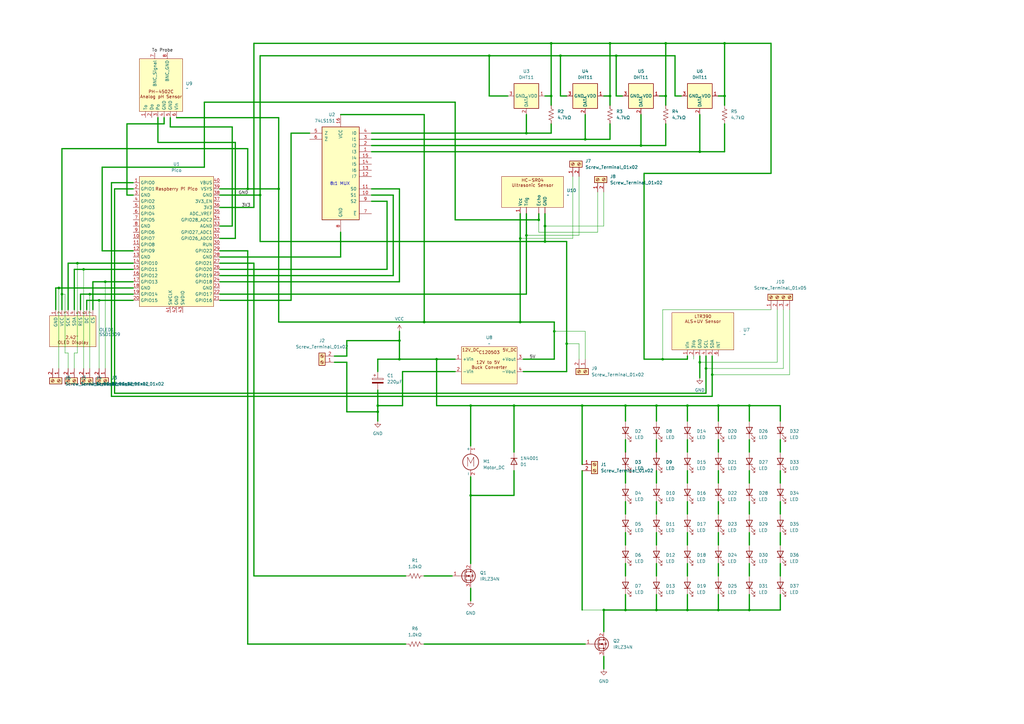
<source format=kicad_sch>
(kicad_sch (version 20231120) (generator "eeschema") (generator_version "8.0")
  (paper "A3")
  (junction (at 223.52 99.06))
  (junction (at 24.13 118.11))
  (junction (at 294.64 250.19))
  (junction (at 281.94 250.19))
  (junction (at 269.24 166.37))
  (junction (at 287.02 148.59))
  (junction (at 25.4 120.65))
  (junction (at 114.3 77.47))
  (junction (at 281.94 166.37))
  (junction (at 215.9 96.52))
  (junction (at 193.04 166.37))
  (junction (at 179.07 147.32))
  (junction (at 200.66 22.86))
  (junction (at 256.54 250.19))
  (junction (at 256.54 166.37))
  (junction (at 34.29 110.49))
  (junction (at 154.94 166.37))
  (junction (at 271.78 147.32))
  (junction (at 297.18 39.37))
  (junction (at 213.36 132.08))
  (junction (at 101.6 77.47))
  (junction (at 252.73 22.86))
  (junction (at 227.33 135.89))
  (junction (at 31.75 107.95))
  (junction (at 40.64 123.19))
  (junction (at 289.56 151.13))
  (junction (at 287.02 62.23))
  (junction (at 213.36 97.79))
  (junction (at 36.83 120.65))
  (junction (at 223.52 92.71))
  (junction (at 215.9 54.61))
  (junction (at 220.98 90.17))
  (junction (at 173.99 132.08))
  (junction (at 292.1 153.67))
  (junction (at 294.64 166.37))
  (junction (at 250.19 39.37))
  (junction (at 250.19 17.78))
  (junction (at 226.06 17.78))
  (junction (at 232.41 140.97))
  (junction (at 210.82 166.37))
  (junction (at 238.76 166.37))
  (junction (at 307.34 166.37))
  (junction (at 163.83 139.7))
  (junction (at 154.94 168.91))
  (junction (at 269.24 250.19))
  (junction (at 229.87 22.86))
  (junction (at 226.06 39.37))
  (junction (at 273.05 39.37))
  (junction (at 247.65 250.19))
  (junction (at 240.03 57.15))
  (junction (at 262.89 59.69))
  (junction (at 163.83 147.32))
  (junction (at 193.04 203.2))
  (junction (at 106.68 80.01))
  (junction (at 297.18 17.78))
  (junction (at 307.34 250.19))
  (junction (at 43.18 115.57))
  (junction (at 273.05 17.78))
  (wire (pts (xy 25.4 120.65) (xy 25.4 127)) (stroke (width 0.508)))
  (wire (pts (xy 227.33 147.32) (xy 214.63 147.32)) (stroke (width 0.508)))
  (wire (pts (xy 208.28 39.37) (xy 200.66 39.37)) (stroke (width 0.508)))
  (wire (pts (xy 307.34 218.44) (xy 307.34 223.52)) (stroke (width 0.508)))
  (wire (pts (xy 186.69 90.17) (xy 220.98 90.17)) (stroke (width 0.508)))
  (wire (pts (xy 104.14 236.22) (xy 166.37 236.22)) (stroke (width 0.508)))
  (wire (pts (xy 36.83 120.65) (xy 33.02 120.65)) (stroke (width 0.508)))
  (wire (pts (xy 142.24 146.05) (xy 142.24 139.7)) (stroke (width 0.508)))
  (wire (pts (xy 200.66 22.86) (xy 229.87 22.86)) (stroke (width 0.508)))
  (wire (pts (xy 294.64 231.14) (xy 294.64 236.22)) (stroke (width 0.508)))
  (wire (pts (xy 25.4 60.96) (xy 25.4 120.65)) (stroke (width 0.508)))
  (wire (pts (xy 256.54 218.44) (xy 256.54 223.52)) (stroke (width 0.508)))
  (wire (pts (xy 101.6 102.87) (xy 101.6 264.16)) (stroke (width 0.508)))
  (wire (pts (xy 34.29 110.49) (xy 30.48 110.49)) (stroke (width 0.508)))
  (wire (pts (xy 40.64 123.19) (xy 40.64 151.13)))
  (wire (pts (xy 165.1 166.37) (xy 165.1 152.4)) (stroke (width 0.508)))
  (wire (pts (xy 307.34 166.37) (xy 307.34 172.72)) (stroke (width 0.508)))
  (wire (pts (xy 273.05 39.37) (xy 273.05 17.78)) (stroke (width 0.508)))
  (wire (pts (xy 262.89 46.99) (xy 262.89 59.69)) (stroke (width 0.508)))
  (wire (pts (xy 34.29 110.49) (xy 34.29 151.13)))
  (wire (pts (xy 307.34 250.19) (xy 320.04 250.19)) (stroke (width 0.508)))
  (wire (pts (xy 247.65 250.19) (xy 256.54 250.19)) (stroke (width 0.508)))
  (wire (pts (xy 179.07 147.32) (xy 179.07 166.37)) (stroke (width 0.508)))
  (wire (pts (xy 318.77 148.59) (xy 287.02 148.59)))
  (wire (pts (xy 163.83 139.7) (xy 163.83 147.32)) (stroke (width 0.508)))
  (wire (pts (xy 220.98 90.17) (xy 220.98 95.25)))
  (wire (pts (xy 35.56 123.19) (xy 35.56 127)) (stroke (width 0.508)))
  (wire (pts (xy 223.52 87.63) (xy 223.52 92.71)) (stroke (width 0.508)))
  (wire (pts (xy 114.3 77.47) (xy 101.6 77.47)) (stroke (width 0.508)))
  (wire (pts (xy 307.34 205.74) (xy 307.34 210.82)) (stroke (width 0.508)))
  (wire (pts (xy 287.02 146.05) (xy 287.02 148.59)) (stroke (width 0.508)))
  (wire (pts (xy 292.1 153.67) (xy 292.1 162.56)) (stroke (width 0.508)))
  (wire (pts (xy 227.33 135.89) (xy 227.33 147.32)) (stroke (width 0.508)))
  (wire (pts (xy 271.78 127) (xy 271.78 147.32)))
  (wire (pts (xy 139.7 95.25) (xy 139.7 105.41)) (stroke (width 0.508)))
  (wire (pts (xy 101.6 77.47) (xy 90.17 77.47)) (stroke (width 0.508)))
  (wire (pts (xy 40.64 123.19) (xy 35.56 123.19)) (stroke (width 0.508)))
  (wire (pts (xy 24.13 118.11) (xy 54.61 118.11)) (stroke (width 0.508)))
  (wire (pts (xy 289.56 151.13) (xy 289.56 161.29)) (stroke (width 0.508)))
  (wire (pts (xy 323.85 127) (xy 323.85 153.67)))
  (wire (pts (xy 270.51 39.37) (xy 273.05 39.37)) (stroke (width 0.508)))
  (wire (pts (xy 255.27 39.37) (xy 252.73 39.37)) (stroke (width 0.508)))
  (wire (pts (xy 72.39 48.26) (xy 114.3 48.26)) (stroke (width 0.508)))
  (wire (pts (xy 213.36 97.79) (xy 213.36 132.08)) (stroke (width 0.508)))
  (wire (pts (xy 238.76 166.37) (xy 256.54 166.37)) (stroke (width 0.508)))
  (wire (pts (xy 250.19 50.8) (xy 250.19 57.15)) (stroke (width 0.508)))
  (wire (pts (xy 294.64 193.04) (xy 294.64 198.12)) (stroke (width 0.508)))
  (wire (pts (xy 307.34 180.34) (xy 307.34 185.42)) (stroke (width 0.508)))
  (wire (pts (xy 250.19 57.15) (xy 240.03 57.15)) (stroke (width 0.508)))
  (wire (pts (xy 240.03 57.15) (xy 240.03 46.99)) (stroke (width 0.508)))
  (wire (pts (xy 33.02 120.65) (xy 33.02 127)) (stroke (width 0.508)))
  (wire (pts (xy 214.63 152.4) (xy 232.41 152.4)) (stroke (width 0.508)))
  (wire (pts (xy 273.05 17.78) (xy 297.18 17.78)) (stroke (width 0.508)))
  (wire (pts (xy 179.07 166.37) (xy 193.04 166.37)) (stroke (width 0.508)))
  (wire (pts (xy 152.4 54.61) (xy 215.9 54.61)) (stroke (width 0.508)))
  (wire (pts (xy 269.24 218.44) (xy 269.24 223.52)) (stroke (width 0.508)))
  (wire (pts (xy 152.4 57.15) (xy 240.03 57.15)) (stroke (width 0.508)))
  (wire (pts (xy 226.06 39.37) (xy 226.06 17.78)) (stroke (width 0.508)))
  (wire (pts (xy 69.85 48.26) (xy 69.85 52.07)) (stroke (width 0.508)))
  (wire (pts (xy 232.41 140.97) (xy 232.41 99.06)) (stroke (width 0.508)))
  (wire (pts (xy 269.24 205.74) (xy 269.24 210.82)) (stroke (width 0.508)))
  (wire (pts (xy 200.66 39.37) (xy 200.66 22.86)) (stroke (width 0.508)))
  (wire (pts (xy 106.68 99.06) (xy 106.68 80.01)) (stroke (width 0.508)))
  (wire (pts (xy 210.82 166.37) (xy 238.76 166.37)) (stroke (width 0.508)))
  (wire (pts (xy 269.24 193.04) (xy 269.24 198.12)) (stroke (width 0.508)))
  (wire (pts (xy 252.73 22.86) (xy 276.86 22.86)) (stroke (width 0.508)))
  (wire (pts (xy 287.02 46.99) (xy 287.02 62.23)) (stroke (width 0.508)))
  (wire (pts (xy 41.91 102.87) (xy 54.61 102.87)) (stroke (width 0.508)))
  (wire (pts (xy 119.38 123.19) (xy 119.38 54.61)) (stroke (width 0.508)))
  (wire (pts (xy 269.24 166.37) (xy 281.94 166.37)) (stroke (width 0.508)))
  (wire (pts (xy 31.75 144.78) (xy 31.75 107.95)))
  (wire (pts (xy 101.6 60.96) (xy 25.4 60.96)) (stroke (width 0.508)))
  (wire (pts (xy 90.17 120.65) (xy 215.9 120.65)) (stroke (width 0.508)))
  (wire (pts (xy 294.64 166.37) (xy 294.64 172.72)) (stroke (width 0.508)))
  (wire (pts (xy 320.04 172.72) (xy 320.04 166.37)) (stroke (width 0.508)))
  (wire (pts (xy 54.61 115.57) (xy 43.18 115.57)) (stroke (width 0.508)))
  (wire (pts (xy 264.16 147.32) (xy 264.16 71.12)) (stroke (width 0.508)))
  (wire (pts (xy 320.04 250.19) (xy 320.04 243.84)) (stroke (width 0.508)))
  (wire (pts (xy 276.86 39.37) (xy 279.4 39.37)) (stroke (width 0.508)))
  (wire (pts (xy 281.94 166.37) (xy 294.64 166.37)) (stroke (width 0.508)))
  (wire (pts (xy 165.1 152.4) (xy 186.69 152.4)) (stroke (width 0.508)))
  (wire (pts (xy 215.9 96.52) (xy 237.49 96.52)))
  (wire (pts (xy 26.67 120.65) (xy 25.4 120.65)))
  (wire (pts (xy 269.24 180.34) (xy 269.24 185.42)) (stroke (width 0.508)))
  (wire (pts (xy 256.54 180.34) (xy 256.54 185.42)) (stroke (width 0.508)))
  (wire (pts (xy 215.9 120.65) (xy 215.9 96.52)) (stroke (width 0.508)))
  (wire (pts (xy 273.05 50.8) (xy 273.05 59.69)) (stroke (width 0.508)))
  (wire (pts (xy 318.77 127) (xy 318.77 148.59)))
  (wire (pts (xy 137.16 146.05) (xy 142.24 146.05)) (stroke (width 0.508)))
  (wire (pts (xy 269.24 231.14) (xy 269.24 236.22)) (stroke (width 0.508)))
  (wire (pts (xy 269.24 250.19) (xy 281.94 250.19)) (stroke (width 0.508)))
  (wire (pts (xy 69.85 52.07) (xy 95.25 52.07)) (stroke (width 0.508)))
  (wire (pts (xy 307.34 231.14) (xy 307.34 236.22)) (stroke (width 0.508)))
  (wire (pts (xy 90.17 107.95) (xy 104.14 107.95)) (stroke (width 0.508)))
  (wire (pts (xy 163.83 147.32) (xy 179.07 147.32)) (stroke (width 0.508)))
  (wire (pts (xy 90.17 80.01) (xy 106.68 80.01)) (stroke (width 0.508)))
  (wire (pts (xy 152.4 77.47) (xy 163.83 77.47)) (stroke (width 0.508)))
  (wire (pts (xy 281.94 180.34) (xy 281.94 185.42)) (stroke (width 0.508)))
  (wire (pts (xy 161.29 113.03) (xy 161.29 80.01)) (stroke (width 0.508)))
  (wire (pts (xy 232.41 99.06) (xy 223.52 99.06)) (stroke (width 0.508)))
  (wire (pts (xy 101.6 264.16) (xy 166.37 264.16)) (stroke (width 0.508)))
  (wire (pts (xy 90.17 105.41) (xy 139.7 105.41)) (stroke (width 0.508)))
  (wire (pts (xy 256.54 243.84) (xy 256.54 250.19)) (stroke (width 0.508)))
  (wire (pts (xy 173.99 264.16) (xy 240.03 264.16)) (stroke (width 0.508)))
  (wire (pts (xy 256.54 166.37) (xy 256.54 172.72)) (stroke (width 0.508)))
  (wire (pts (xy 281.94 146.05) (xy 281.94 147.32)) (stroke (width 0.508)))
  (wire (pts (xy 213.36 87.63) (xy 213.36 97.79)) (stroke (width 0.508)))
  (wire (pts (xy 101.6 60.96) (xy 101.6 77.47)) (stroke (width 0.508)))
  (wire (pts (xy 46.99 77.47) (xy 54.61 77.47)) (stroke (width 0.508)))
  (wire (pts (xy 256.54 193.04) (xy 256.54 198.12)) (stroke (width 0.508)))
  (wire (pts (xy 320.04 218.44) (xy 320.04 223.52)) (stroke (width 0.508)))
  (wire (pts (xy 142.24 139.7) (xy 163.83 139.7)) (stroke (width 0.508)))
  (wire (pts (xy 41.91 68.58) (xy 41.91 102.87)) (stroke (width 0.508)))
  (wire (pts (xy 281.94 231.14) (xy 281.94 236.22)) (stroke (width 0.508)))
  (wire (pts (xy 114.3 132.08) (xy 114.3 77.47)) (stroke (width 0.508)))
  (wire (pts (xy 247.65 78.74) (xy 247.65 92.71)))
  (wire (pts (xy 281.94 147.32) (xy 271.78 147.32)) (stroke (width 0.508)))
  (wire (pts (xy 297.18 39.37) (xy 297.18 43.18)) (stroke (width 0.508)))
  (wire (pts (xy 264.16 71.12) (xy 316.23 71.12)) (stroke (width 0.508)))
  (wire (pts (xy 54.61 110.49) (xy 34.29 110.49)) (stroke (width 0.508)))
  (wire (pts (xy 320.04 180.34) (xy 320.04 185.42)) (stroke (width 0.508)))
  (wire (pts (xy 232.41 39.37) (xy 229.87 39.37)) (stroke (width 0.508)))
  (wire (pts (xy 294.64 243.84) (xy 294.64 250.19)) (stroke (width 0.508)))
  (wire (pts (xy 54.61 107.95) (xy 31.75 107.95)) (stroke (width 0.508)))
  (wire (pts (xy 67.31 50.8) (xy 67.31 48.26)) (stroke (width 0.508)))
  (wire (pts (xy 215.9 46.99) (xy 215.9 54.61)) (stroke (width 0.508)))
  (wire (pts (xy 142.24 148.59) (xy 142.24 168.91)) (stroke (width 0.508)))
  (wire (pts (xy 64.77 48.26) (xy 64.77 58.42)) (stroke (width 0.508)))
  (wire (pts (xy 95.25 52.07) (xy 95.25 92.71)) (stroke (width 0.508)))
  (wire (pts (xy 269.24 166.37) (xy 269.24 172.72)) (stroke (width 0.508)))
  (wire (pts (xy 36.83 120.65) (xy 36.83 151.13)))
  (wire (pts (xy 297.18 17.78) (xy 316.23 17.78)) (stroke (width 0.508)))
  (wire (pts (xy 193.04 182.88) (xy 193.04 166.37)) (stroke (width 0.508)))
  (wire (pts (xy 193.04 203.2) (xy 193.04 231.14)) (stroke (width 0.508)))
  (wire (pts (xy 245.11 95.25) (xy 220.98 95.25)))
  (wire (pts (xy 24.13 118.11) (xy 24.13 151.13)))
  (wire (pts (xy 161.29 80.01) (xy 152.4 80.01)) (stroke (width 0.508)))
  (wire (pts (xy 281.94 205.74) (xy 281.94 210.82)) (stroke (width 0.508)))
  (wire (pts (xy 30.48 144.78) (xy 31.75 144.78)))
  (wire (pts (xy 281.94 218.44) (xy 281.94 223.52)) (stroke (width 0.508)))
  (wire (pts (xy 90.17 110.49) (xy 158.75 110.49)) (stroke (width 0.508)))
  (wire (pts (xy 289.56 161.29) (xy 46.99 161.29)) (stroke (width 0.508)))
  (wire (pts (xy 142.24 168.91) (xy 154.94 168.91)) (stroke (width 0.508)))
  (wire (pts (xy 237.49 147.32) (xy 237.49 140.97)))
  (wire (pts (xy 154.94 152.4) (xy 154.94 147.32)) (stroke (width 0.508)))
  (wire (pts (xy 287.02 62.23) (xy 152.4 62.23)) (stroke (width 0.508)))
  (wire (pts (xy 106.68 80.01) (xy 106.68 22.86)) (stroke (width 0.508)))
  (wire (pts (xy 90.17 85.09) (xy 104.14 85.09)) (stroke (width 0.508)))
  (wire (pts (xy 245.11 78.74) (xy 245.11 95.25)))
  (wire (pts (xy 297.18 39.37) (xy 297.18 17.78)) (stroke (width 0.508)))
  (wire (pts (xy 289.56 146.05) (xy 289.56 151.13)) (stroke (width 0.508)))
  (wire (pts (xy 173.99 236.22) (xy 185.42 236.22)) (stroke (width 0.508)))
  (wire (pts (xy 158.75 82.55) (xy 152.4 82.55)) (stroke (width 0.508)))
  (wire (pts (xy 226.06 50.8) (xy 226.06 54.61)) (stroke (width 0.508)))
  (wire (pts (xy 238.76 193.04) (xy 238.76 250.19)) (stroke (width 0.508)))
  (wire (pts (xy 26.67 144.78) (xy 26.67 120.65)))
  (wire (pts (xy 163.83 135.89) (xy 163.83 139.7)) (stroke (width 0.508)))
  (wire (pts (xy 38.1 115.57) (xy 38.1 127)) (stroke (width 0.508)))
  (wire (pts (xy 114.3 48.26) (xy 114.3 77.47)) (stroke (width 0.508)))
  (wire (pts (xy 250.19 39.37) (xy 250.19 17.78)) (stroke (width 0.508)))
  (wire (pts (xy 27.94 107.95) (xy 27.94 127)) (stroke (width 0.508)))
  (wire (pts (xy 52.07 50.8) (xy 67.31 50.8)) (stroke (width 0.508)))
  (wire (pts (xy 31.75 107.95) (xy 27.94 107.95)) (stroke (width 0.508)))
  (wire (pts (xy 43.18 115.57) (xy 38.1 115.57)) (stroke (width 0.508)))
  (wire (pts (xy 281.94 243.84) (xy 281.94 250.19)) (stroke (width 0.508)))
  (wire (pts (xy 294.64 250.19) (xy 307.34 250.19)) (stroke (width 0.508)))
  (wire (pts (xy 234.95 72.39) (xy 234.95 97.79)))
  (wire (pts (xy 186.69 41.91) (xy 83.82 41.91)) (stroke (width 0.508)))
  (wire (pts (xy 294.64 39.37) (xy 297.18 39.37)) (stroke (width 0.508)))
  (wire (pts (xy 323.85 153.67) (xy 292.1 153.67)))
  (wire (pts (xy 321.31 127) (xy 321.31 151.13)))
  (wire (pts (xy 30.48 151.13) (xy 30.48 144.78)))
  (wire (pts (xy 294.64 218.44) (xy 294.64 223.52)) (stroke (width 0.508)))
  (wire (pts (xy 193.04 203.2) (xy 193.04 195.58)) (stroke (width 0.508)))
  (wire (pts (xy 256.54 205.74) (xy 256.54 210.82)) (stroke (width 0.508)))
  (wire (pts (xy 46.99 161.29) (xy 46.99 77.47)) (stroke (width 0.508)))
  (wire (pts (xy 90.17 113.03) (xy 161.29 113.03)) (stroke (width 0.508)))
  (wire (pts (xy 173.99 132.08) (xy 213.36 132.08)) (stroke (width 0.508)))
  (wire (pts (xy 43.18 115.57) (xy 43.18 151.13)))
  (wire (pts (xy 226.06 17.78) (xy 250.19 17.78)) (stroke (width 0.508)))
  (wire (pts (xy 154.94 166.37) (xy 165.1 166.37)) (stroke (width 0.508)))
  (wire (pts (xy 292.1 146.05) (xy 292.1 153.67)) (stroke (width 0.508)))
  (wire (pts (xy 27.94 144.78) (xy 26.67 144.78)))
  (wire (pts (xy 284.48 146.05) (xy 284.48 147.32)))
  (wire (pts (xy 106.68 22.86) (xy 200.66 22.86)) (stroke (width 0.508)))
  (wire (pts (xy 220.98 87.63) (xy 220.98 90.17)) (stroke (width 0.508)))
  (wire (pts (xy 45.72 162.56) (xy 45.72 74.93)) (stroke (width 0.508)))
  (wire (pts (xy 104.14 17.78) (xy 226.06 17.78)) (stroke (width 0.508)))
  (wire (pts (xy 223.52 92.71) (xy 223.52 99.06)) (stroke (width 0.508)))
  (wire (pts (xy 22.86 118.11) (xy 24.13 118.11)) (stroke (width 0.508)))
  (wire (pts (xy 45.72 74.93) (xy 54.61 74.93)) (stroke (width 0.508)))
  (wire (pts (xy 316.23 127) (xy 271.78 127)))
  (wire (pts (xy 54.61 120.65) (xy 36.83 120.65)) (stroke (width 0.508)))
  (wire (pts (xy 104.14 85.09) (xy 104.14 17.78)) (stroke (width 0.508)))
  (wire (pts (xy 154.94 160.02) (xy 154.94 166.37)) (stroke (width 0.508)))
  (wire (pts (xy 307.34 243.84) (xy 307.34 250.19)) (stroke (width 0.508)))
  (wire (pts (xy 229.87 39.37) (xy 229.87 22.86)) (stroke (width 0.508)))
  (wire (pts (xy 250.19 17.78) (xy 273.05 17.78)) (stroke (width 0.508)))
  (wire (pts (xy 210.82 203.2) (xy 193.04 203.2)) (stroke (width 0.508)))
  (wire (pts (xy 226.06 39.37) (xy 226.06 43.18)) (stroke (width 0.508)))
  (wire (pts (xy 96.52 97.79) (xy 90.17 97.79)) (stroke (width 0.508)))
  (wire (pts (xy 137.16 148.59) (xy 142.24 148.59)) (stroke (width 0.508)))
  (wire (pts (xy 320.04 205.74) (xy 320.04 210.82)) (stroke (width 0.508)))
  (wire (pts (xy 152.4 59.69) (xy 262.89 59.69)) (stroke (width 0.508)))
  (wire (pts (xy 273.05 39.37) (xy 273.05 43.18)) (stroke (width 0.508)))
  (wire (pts (xy 276.86 22.86) (xy 276.86 39.37)) (stroke (width 0.508)))
  (wire (pts (xy 226.06 54.61) (xy 215.9 54.61)) (stroke (width 0.508)))
  (wire (pts (xy 320.04 193.04) (xy 320.04 198.12)) (stroke (width 0.508)))
  (wire (pts (xy 271.78 147.32) (xy 264.16 147.32)) (stroke (width 0.508)))
  (wire (pts (xy 256.54 231.14) (xy 256.54 236.22)) (stroke (width 0.508)))
  (wire (pts (xy 294.64 180.34) (xy 294.64 185.42)) (stroke (width 0.508)))
  (wire (pts (xy 281.94 250.19) (xy 294.64 250.19)) (stroke (width 0.508)))
  (wire (pts (xy 237.49 72.39) (xy 237.49 96.52)))
  (wire (pts (xy 237.49 140.97) (xy 232.41 140.97)))
  (wire (pts (xy 154.94 147.32) (xy 163.83 147.32)) (stroke (width 0.508)))
  (wire (pts (xy 229.87 22.86) (xy 252.73 22.86)) (stroke (width 0.508)))
  (wire (pts (xy 223.52 99.06) (xy 106.68 99.06)) (stroke (width 0.508)))
  (wire (pts (xy 281.94 193.04) (xy 281.94 198.12)) (stroke (width 0.508)))
  (wire (pts (xy 247.65 259.08) (xy 247.65 250.19)) (stroke (width 0.508)))
  (wire (pts (xy 321.31 151.13) (xy 289.56 151.13)))
  (wire (pts (xy 294.64 166.37) (xy 307.34 166.37)) (stroke (width 0.508)))
  (wire (pts (xy 294.64 205.74) (xy 294.64 210.82)) (stroke (width 0.508)))
  (wire (pts (xy 307.34 193.04) (xy 307.34 198.12)) (stroke (width 0.508)))
  (wire (pts (xy 64.77 58.42) (xy 96.52 58.42)) (stroke (width 0.508)))
  (wire (pts (xy 96.52 58.42) (xy 96.52 97.79)) (stroke (width 0.508)))
  (wire (pts (xy 154.94 168.91) (xy 154.94 172.72)) (stroke (width 0.508)))
  (wire (pts (xy 238.76 166.37) (xy 238.76 190.5)) (stroke (width 0.508)))
  (wire (pts (xy 281.94 172.72) (xy 281.94 166.37)) (stroke (width 0.508)))
  (wire (pts (xy 179.07 147.32) (xy 186.69 147.32)) (stroke (width 0.508)))
  (wire (pts (xy 256.54 166.37) (xy 269.24 166.37)) (stroke (width 0.508)))
  (wire (pts (xy 193.04 166.37) (xy 210.82 166.37)) (stroke (width 0.508)))
  (wire (pts (xy 227.33 132.08) (xy 227.33 135.89)) (stroke (width 0.508)))
  (wire (pts (xy 297.18 50.8) (xy 297.18 62.23)) (stroke (width 0.508)))
  (wire (pts (xy 215.9 96.52) (xy 215.9 87.63)) (stroke (width 0.508)))
  (wire (pts (xy 247.65 269.24) (xy 247.65 274.32)) (stroke (width 0.508)))
  (wire (pts (xy 210.82 166.37) (xy 210.82 185.42)) (stroke (width 0.508)))
  (wire (pts (xy 250.19 39.37) (xy 250.19 43.18)) (stroke (width 0.508)))
  (wire (pts (xy 307.34 166.37) (xy 320.04 166.37)) (stroke (width 0.508)))
  (wire (pts (xy 213.36 97.79) (xy 234.95 97.79)))
  (wire (pts (xy 173.99 46.99) (xy 173.99 132.08)) (stroke (width 0.508)))
  (wire (pts (xy 163.83 115.57) (xy 163.83 77.47)) (stroke (width 0.508)))
  (wire (pts (xy 186.69 90.17) (xy 186.69 41.91)) (stroke (width 0.508)))
  (wire (pts (xy 320.04 231.14) (xy 320.04 236.22)) (stroke (width 0.508)))
  (wire (pts (xy 247.65 39.37) (xy 250.19 39.37)) (stroke (width 0.508)))
  (wire (pts (xy 27.94 151.13) (xy 27.94 144.78)))
  (wire (pts (xy 90.17 123.19) (xy 119.38 123.19)) (stroke (width 0.508)))
  (wire (pts (xy 154.94 166.37) (xy 154.94 168.91)) (stroke (width 0.508)))
  (wire (pts (xy 273.05 59.69) (xy 262.89 59.69)) (stroke (width 0.508)))
  (wire (pts (xy 316.23 71.12) (xy 316.23 17.78)) (stroke (width 0.508)))
  (wire (pts (xy 213.36 132.08) (xy 227.33 132.08)) (stroke (width 0.508)))
  (wire (pts (xy 223.52 39.37) (xy 226.06 39.37)) (stroke (width 0.508)))
  (wire (pts (xy 119.38 54.61) (xy 127 54.61)) (stroke (width 0.508)))
  (wire (pts (xy 139.7 46.99) (xy 173.99 46.99)) (stroke (width 0.508)))
  (wire (pts (xy 193.04 241.3) (xy 193.04 246.38)) (stroke (width 0.508)))
  (wire (pts (xy 22.86 127) (xy 22.86 118.11)) (stroke (width 0.508)))
  (wire (pts (xy 238.76 250.19) (xy 247.65 250.19)))
  (wire (pts (xy 297.18 62.23) (xy 287.02 62.23)) (stroke (width 0.508)))
  (wire (pts (xy 240.03 135.89) (xy 227.33 135.89)))
  (wire (pts (xy 232.41 152.4) (xy 232.41 140.97)) (stroke (width 0.508)))
  (wire (pts (xy 45.72 162.56) (xy 292.1 162.56)) (stroke (width 0.508)))
  (wire (pts (xy 90.17 102.87) (xy 101.6 102.87)) (stroke (width 0.508)))
  (wire (pts (xy 223.52 92.71) (xy 247.65 92.71)))
  (wire (pts (xy 210.82 193.04) (xy 210.82 203.2)) (stroke (width 0.508)))
  (wire (pts (xy 287.02 148.59) (xy 287.02 154.94)) (stroke (width 0.508)))
  (wire (pts (xy 240.03 147.32) (xy 240.03 135.89)))
  (wire (pts (xy 158.75 110.49) (xy 158.75 82.55)) (stroke (width 0.508)))
  (wire (pts (xy 83.82 68.58) (xy 41.91 68.58)) (stroke (width 0.508)))
  (wire (pts (xy 30.48 110.49) (xy 30.48 127)) (stroke (width 0.508)))
  (wire (pts (xy 269.24 243.84) (xy 269.24 250.19)) (stroke (width 0.508)))
  (wire (pts (xy 54.61 80.01) (xy 52.07 80.01)) (stroke (width 0.508)))
  (wire (pts (xy 54.61 123.19) (xy 40.64 123.19)) (stroke (width 0.508)))
  (wire (pts (xy 95.25 92.71) (xy 90.17 92.71)) (stroke (width 0.508)))
  (wire (pts (xy 256.54 250.19) (xy 269.24 250.19)) (stroke (width 0.508)))
  (wire (pts (xy 114.3 132.08) (xy 173.99 132.08)) (stroke (width 0.508)))
  (wire (pts (xy 252.73 39.37) (xy 252.73 22.86)) (stroke (width 0.508)))
  (wire (pts (xy 52.07 80.01) (xy 52.07 50.8)) (stroke (width 0.508)))
  (wire (pts (xy 83.82 41.91) (xy 83.82 68.58)) (stroke (width 0.508)))
  (wire (pts (xy 104.14 107.95) (xy 104.14 236.22)) (stroke (width 0.508)))
  (wire (pts (xy 90.17 115.57) (xy 163.83 115.57)) (stroke (width 0.508)))
  (text "8:1 MUX" (at 139.446 75.438 0) (effects (font (size 1.27 1.27))))
  (label "To Probe" (at 62.23 21.59 0))
  (label "3V3" (at 99.06 85.09 0))
  (label "GND" (at 97.79 80.01 0))
  (label "5V" (at 217.17 147.32 0))
  (symbol (lib_id "Device:LED") (at 281.94 214.63 90) (unit 1)
    (property "Reference" "D17" (at 285.75 214.9474 90) (effects (justify right)))
    (property "Value" "LED" (at 285.75 217.4874 90) (effects (justify right)))
    (property "Description" "Light emitting diode" (effects (hide yes)))
  )
  (symbol (lib_id "Device:LED") (at 256.54 201.93 90) (unit 1)
    (property "Reference" "D4" (at 260.35 202.2474 90) (effects (justify right)))
    (property "Value" "LED" (at 260.35 204.7874 90) (effects (justify right)))
    (property "Description" "Light emitting diode" (effects (hide yes)))
  )
  (symbol (lib_id "Device:R_US") (at 297.18 46.99 0) (unit 1)
    (property "Reference" "R5" (at 299.72 45.7199 0) (effects (justify left)))
    (property "Value" "4.7kΩ" (at 299.72 48.2599 0) (effects (justify left)))
    (property "Footprint" "Resistor_THT:R_Axial_DIN0204_L3.6mm_D1.6mm_P2.54mm_Vertical" (effects (hide yes)))
    (property "Description" "Resistor, US symbol" (effects (hide yes)))
  )
  (symbol (lib_id "Connector:Screw_Terminal_01x02") (at 30.48 156.21 270) (unit 1)
    (property "Reference" "J5" (at 33.02 154.9399 90) (effects (justify left)))
    (property "Value" "Screw_Terminal_01x02" (at 33.02 157.4799 90) (effects (justify left)))
    (property "Footprint" "TerminalBlock:TerminalBlock_bornier-2_P5.08mm" (effects (hide yes)))
    (property "Description" "Generic screw terminal, single row, 01x02, script generated (kicad-library-utils/schlib/autogen/connector/)" (effects (hide yes)))
  )
  (symbol (lib_id "Connector:Screw_Terminal_01x02") (at 240.03 152.4 270) (unit 1)
    (property "Reference" "J9" (at 242.57 151.1299 90) (effects (justify left)))
    (property "Value" "Screw_Terminal_01x02" (at 242.57 153.6699 90) (effects (justify left)))
    (property "Footprint" "TerminalBlock:TerminalBlock_bornier-2_P5.08mm" (effects (hide yes)))
    (property "Description" "Generic screw terminal, single row, 01x02, script generated (kicad-library-utils/schlib/autogen/connector/)" (effects (hide yes)))
  )
  (symbol (lib_id "Device:LED") (at 269.24 201.93 90) (unit 1)
    (property "Reference" "D10" (at 273.05 202.2474 90) (effects (justify right)))
    (property "Value" "LED" (at 273.05 204.7874 90) (effects (justify right)))
    (property "Description" "Light emitting diode" (effects (hide yes)))
  )
  (symbol (lib_id "Device:LED") (at 307.34 240.03 90) (unit 1)
    (property "Reference" "D31" (at 311.15 240.3474 90) (effects (justify right)))
    (property "Value" "LED" (at 311.15 242.8874 90) (effects (justify right)))
    (property "Description" "Light emitting diode" (effects (hide yes)))
  )
  (symbol (lib_name "C120503_1") (lib_id "C120503_KiCad:C120503") (at 200.66 149.86 0) (unit 1)
    (property "Reference" "U8" (at 200.66 138.43 0))
    (property "Value" "~" (at 200.66 140.97 0))
  )
  (symbol (lib_id "power:GND") (at 193.04 246.38 0) (unit 1)
    (property "Reference" "#PWR03" (effects (hide yes)))
    (property "Value" "GND" (at 193.04 251.46 0))
    (property "Description" "Power symbol creates a global label with name \"GND\" , ground" (effects (hide yes)))
  )
  (symbol (lib_id "Device:LED") (at 281.94 240.03 90) (unit 1)
    (property "Reference" "D19" (at 285.75 240.3474 90) (effects (justify right)))
    (property "Value" "LED" (at 285.75 242.8874 90) (effects (justify right)))
    (property "Description" "Light emitting diode" (effects (hide yes)))
  )
  (symbol (lib_id "Device:LED") (at 320.04 201.93 90) (unit 1)
    (property "Reference" "D34" (at 323.85 202.2474 90) (effects (justify right)))
    (property "Value" "LED" (at 323.85 204.7874 90) (effects (justify right)))
    (property "Description" "Light emitting diode" (effects (hide yes)))
  )
  (symbol (lib_id "power:VCC") (at 163.83 135.89 0) (unit 1)
    (property "Reference" "#PWR01" (effects (hide yes)))
    (property "Value" "VCC" (at 163.83 130.81 0))
    (property "Description" "Power symbol creates a global label with name \"VCC\"" (effects (hide yes)))
  )
  (symbol (lib_id "Sensor:DHT11") (at 287.02 39.37 270) (unit 1)
    (property "Reference" "U6" (at 287.02 29.21 90))
    (property "Value" "DHT11" (at 287.02 31.75 90))
    (property "Footprint" "TerminalBlock:TerminalBlock_bornier-3_P5.08mm" (effects (hide yes)))
    (property "Datasheet" "http://akizukidenshi.com/download/ds/aosong/DHT11.pdf" (effects (hide yes)))
    (property "Description" "3.3V to 5.5V, temperature and humidity module, DHT11" (effects (hide yes)))
  )
  (symbol (lib_id "Device:LED") (at 281.94 227.33 90) (unit 1)
    (property "Reference" "D18" (at 285.75 227.6474 90) (effects (justify right)))
    (property "Value" "LED" (at 285.75 230.1874 90) (effects (justify right)))
    (property "Description" "Light emitting diode" (effects (hide yes)))
  )
  (symbol (lib_name "DHT11_2") (lib_id "Sensor:DHT11") (at 240.03 39.37 270) (unit 1)
    (property "Reference" "U4" (at 240.03 29.21 90))
    (property "Value" "DHT11" (at 240.03 31.75 90))
    (property "Footprint" "TerminalBlock:TerminalBlock_bornier-3_P5.08mm" (effects (hide yes)))
    (property "Datasheet" "http://akizukidenshi.com/download/ds/aosong/DHT11.pdf" (effects (hide yes)))
    (property "Description" "3.3V to 5.5V, temperature and humidity module, DHT11" (effects (hide yes)))
  )
  (symbol (lib_id "Device:R_US") (at 170.18 264.16 270) (mirror x) (unit 1)
    (property "Reference" "R6" (at 170.18 257.81 90))
    (property "Value" "1.0kΩ" (at 170.18 260.35 90))
    (property "Footprint" "Resistor_THT:R_Axial_DIN0204_L3.6mm_D1.6mm_P2.54mm_Vertical" (effects (hide yes)))
    (property "Description" "Resistor, US symbol" (effects (hide yes)))
  )
  (symbol (lib_id "Device:R_US") (at 226.06 46.99 0) (unit 1)
    (property "Reference" "R2" (at 228.6 45.7199 0) (effects (justify left)))
    (property "Value" "4.7kΩ" (at 228.6 48.2599 0) (effects (justify left)))
    (property "Footprint" "Resistor_THT:R_Axial_DIN0204_L3.6mm_D1.6mm_P2.54mm_Vertical" (effects (hide yes)))
    (property "Description" "Resistor, US symbol" (effects (hide yes)))
  )
  (symbol (lib_id "Connector:Screw_Terminal_01x02") (at 243.84 190.5 0) (unit 1)
    (property "Reference" "J1" (at 246.38 190.4999 0) (effects (justify left)))
    (property "Value" "Screw_Terminal_01x02" (at 246.38 193.0399 0) (effects (justify left)))
    (property "Footprint" "TerminalBlock:TerminalBlock_bornier-2_P5.08mm" (effects (hide yes)))
    (property "Description" "Generic screw terminal, single row, 01x02, script generated (kicad-library-utils/schlib/autogen/connector/)" (effects (hide yes)))
  )
  (symbol (lib_id "Device:LED") (at 269.24 189.23 90) (unit 1)
    (property "Reference" "D9" (at 273.05 189.5474 90) (effects (justify right)))
    (property "Value" "LED" (at 273.05 192.0874 90) (effects (justify right)))
    (property "Description" "Light emitting diode" (effects (hide yes)))
  )
  (symbol (lib_id "Device:LED") (at 320.04 176.53 90) (unit 1)
    (property "Reference" "D32" (at 323.85 176.8474 90) (effects (justify right)))
    (property "Value" "LED" (at 323.85 179.3874 90) (effects (justify right)))
    (property "Description" "Light emitting diode" (effects (hide yes)))
  )
  (symbol (lib_id "Device:R_US") (at 273.05 46.99 0) (unit 1)
    (property "Reference" "R4" (at 275.59 45.7199 0) (effects (justify left)))
    (property "Value" "4.7kΩ" (at 275.59 48.2599 0) (effects (justify left)))
    (property "Footprint" "Resistor_THT:R_Axial_DIN0204_L3.6mm_D1.6mm_P2.54mm_Vertical" (effects (hide yes)))
    (property "Description" "Resistor, US symbol" (effects (hide yes)))
  )
  (symbol (lib_id "PH4502C_KiCad:PH-4502C") (at 66.04 45.72 0) (unit 1)
    (property "Reference" "U9" (at 76.2 34.2899 0) (effects (justify left)))
    (property "Value" "~" (at 76.2 36.195 0) (effects (justify left)))
    (property "Footprint" "Library:PH4502C_Footprint" (effects (hide yes)))
  )
  (symbol (lib_id "Connector:Screw_Terminal_01x02") (at 36.83 156.21 270) (unit 1)
    (property "Reference" "J4" (at 39.37 154.9399 90) (effects (justify left)))
    (property "Value" "Screw_Terminal_01x02" (at 39.37 157.4799 90) (effects (justify left)))
    (property "Footprint" "TerminalBlock:TerminalBlock_bornier-2_P5.08mm" (effects (hide yes)))
    (property "Description" "Generic screw terminal, single row, 01x02, script generated (kicad-library-utils/schlib/autogen/connector/)" (effects (hide yes)))
  )
  (symbol (lib_id "Connector:Screw_Terminal_01x02") (at 43.18 156.21 270) (unit 1)
    (property "Reference" "J3" (at 45.72 154.9399 90) (effects (justify left)))
    (property "Value" "Screw_Terminal_01x02" (at 45.72 157.4799 90) (effects (justify left)))
    (property "Footprint" "TerminalBlock:TerminalBlock_bornier-2_P5.08mm" (effects (hide yes)))
    (property "Description" "Generic screw terminal, single row, 01x02, script generated (kicad-library-utils/schlib/autogen/connector/)" (effects (hide yes)))
  )
  (symbol (lib_name "DHT11_1") (lib_id "Sensor:DHT11") (at 215.9 39.37 270) (unit 1)
    (property "Reference" "U3" (at 215.9 29.21 90))
    (property "Value" "DHT11" (at 215.9 31.75 90))
    (property "Footprint" "TerminalBlock:TerminalBlock_bornier-3_P5.08mm" (effects (hide yes)))
    (property "Datasheet" "http://akizukidenshi.com/download/ds/aosong/DHT11.pdf" (effects (hide yes)))
    (property "Description" "3.3V to 5.5V, temperature and humidity module, DHT11" (effects (hide yes)))
  )
  (symbol (lib_id "Device:R_US") (at 170.18 236.22 90) (unit 1)
    (property "Reference" "R1" (at 170.18 229.87 90))
    (property "Value" "1.0kΩ" (at 170.18 232.41 90))
    (property "Footprint" "Resistor_THT:R_Axial_DIN0204_L3.6mm_D1.6mm_P2.54mm_Vertical" (effects (hide yes)))
    (property "Description" "Resistor, US symbol" (effects (hide yes)))
  )
  (symbol (lib_id "Device:LED") (at 307.34 189.23 90) (unit 1)
    (property "Reference" "D27" (at 311.15 189.5474 90) (effects (justify right)))
    (property "Value" "LED" (at 311.15 192.0874 90) (effects (justify right)))
    (property "Description" "Light emitting diode" (effects (hide yes)))
  )
  (symbol (lib_id "Device:LED") (at 294.64 201.93 90) (unit 1)
    (property "Reference" "D22" (at 298.45 202.2474 90) (effects (justify right)))
    (property "Value" "LED" (at 298.45 204.7874 90) (effects (justify right)))
    (property "Description" "Light emitting diode" (effects (hide yes)))
  )
  (symbol (lib_id "power:GND") (at 247.65 274.32 0) (unit 1)
    (property "Reference" "#PWR04" (effects (hide yes)))
    (property "Value" "GND" (at 247.65 279.4 0))
    (property "Description" "Power symbol creates a global label with name \"GND\" , ground" (effects (hide yes)))
  )
  (symbol (lib_id "Device:LED") (at 320.04 240.03 90) (unit 1)
    (property "Reference" "D37" (at 323.85 240.3474 90) (effects (justify right)))
    (property "Value" "LED" (at 323.85 242.8874 90) (effects (justify right)))
    (property "Description" "Light emitting diode" (effects (hide yes)))
  )
  (symbol (lib_id "Motor:Motor_DC") (at 193.04 187.96 0) (unit 1)
    (property "Reference" "M1" (at 198.12 189.2299 0) (effects (justify left)))
    (property "Value" "Motor_DC" (at 198.12 191.7699 0) (effects (justify left)))
    (property "Footprint" "TerminalBlock:TerminalBlock_bornier-2_P5.08mm" (effects (hide yes)))
    (property "Description" "DC Motor" (effects (hide yes)))
  )
  (symbol (lib_id "power:GND") (at 287.02 154.94 0) (unit 1)
    (property "Reference" "#PWR05" (effects (hide yes)))
    (property "Value" "GND" (at 287.02 160.02 0))
    (property "Description" "Power symbol creates a global label with name \"GND\" , ground" (effects (hide yes)))
  )
  (symbol (lib_id "Device:LED") (at 294.64 240.03 90) (unit 1)
    (property "Reference" "D25" (at 298.45 240.3474 90) (effects (justify right)))
    (property "Value" "LED" (at 298.45 242.8874 90) (effects (justify right)))
    (property "Description" "Light emitting diode" (effects (hide yes)))
  )
  (symbol (lib_id "Device:LED") (at 320.04 189.23 90) (unit 1)
    (property "Reference" "D33" (at 323.85 189.5474 90) (effects (justify right)))
    (property "Value" "LED" (at 323.85 192.0874 90) (effects (justify right)))
    (property "Description" "Light emitting diode" (effects (hide yes)))
  )
  (symbol (lib_id "Ultrasonic_Sensor:HC-SR04") (at 218.44 80.01 0) (unit 1)
    (property "Reference" "U10" (at 232.41 78.1049 0) (effects (justify left)))
    (property "Value" "~" (at 232.41 80.01 0) (effects (justify left)))
  )
  (symbol (lib_id "Diode:1N4001") (at 210.82 189.23 90) (mirror x) (unit 1)
    (property "Reference" "D1" (at 213.36 190.5001 90) (effects (justify right)))
    (property "Value" "1N4001" (at 213.36 187.9601 90) (effects (justify right)))
    (property "Footprint" "Diode_THT:D_DO-41_SOD81_P10.16mm_Horizontal" (effects (hide yes)))
    (property "Datasheet" "http://www.vishay.com/docs/88503/1n4001.pdf" (effects (hide yes)))
    (property "Description" "50V 1A General Purpose Rectifier Diode, DO-41" (effects (hide yes)))
    (property "Sim.Device" "D" (effects (hide yes)))
    (property "Sim.Pins" "1=K 2=A" (effects (hide yes)))
  )
  (symbol (lib_id "Connector:Screw_Terminal_01x02") (at 245.11 73.66 90) (unit 1)
    (property "Reference" "J8" (at 250.19 72.3899 90) (effects (justify right)))
    (property "Value" "Screw_Terminal_01x02" (at 250.19 74.9299 90) (effects (justify right)))
    (property "Footprint" "TerminalBlock:TerminalBlock_bornier-2_P5.08mm" (effects (hide yes)))
    (property "Description" "Generic screw terminal, single row, 01x02, script generated (kicad-library-utils/schlib/autogen/connector/)" (effects (hide yes)))
  )
  (symbol (lib_id "Device:LED") (at 256.54 214.63 90) (unit 1)
    (property "Reference" "D5" (at 260.35 214.9474 90) (effects (justify right)))
    (property "Value" "LED" (at 260.35 217.4874 90) (effects (justify right)))
    (property "Description" "Light emitting diode" (effects (hide yes)))
  )
  (symbol (lib_id "Device:LED") (at 320.04 214.63 90) (unit 1)
    (property "Reference" "D35" (at 323.85 214.9474 90) (effects (justify right)))
    (property "Value" "LED" (at 323.85 217.4874 90) (effects (justify right)))
    (property "Description" "Light emitting diode" (effects (hide yes)))
  )
  (symbol (lib_id "Device:LED") (at 256.54 189.23 90) (unit 1)
    (property "Reference" "D3" (at 260.35 189.5474 90) (effects (justify right)))
    (property "Value" "LED" (at 260.35 192.0874 90) (effects (justify right)))
    (property "Description" "Light emitting diode" (effects (hide yes)))
  )
  (symbol (lib_id "Connector:Screw_Terminal_01x02") (at 24.13 156.21 270) (unit 1)
    (property "Reference" "J6" (at 26.67 154.9399 90) (effects (justify left)))
    (property "Value" "Screw_Terminal_01x02" (at 26.67 157.4799 90) (effects (justify left)))
    (property "Footprint" "TerminalBlock:TerminalBlock_bornier-2_P5.08mm" (effects (hide yes)))
    (property "Description" "Generic screw terminal, single row, 01x02, script generated (kicad-library-utils/schlib/autogen/connector/)" (effects (hide yes)))
  )
  (symbol (lib_name "DHT11_3") (lib_id "Sensor:DHT11") (at 262.89 39.37 270) (unit 1)
    (property "Reference" "U5" (at 262.89 29.21 90))
    (property "Value" "DHT11" (at 262.89 31.75 90))
    (property "Footprint" "TerminalBlock:TerminalBlock_bornier-3_P5.08mm" (effects (hide yes)))
    (property "Datasheet" "http://akizukidenshi.com/download/ds/aosong/DHT11.pdf" (effects (hide yes)))
    (property "Description" "3.3V to 5.5V, temperature and humidity module, DHT11" (effects (hide yes)))
  )
  (symbol (lib_id "Device:LED") (at 269.24 176.53 90) (unit 1)
    (property "Reference" "D8" (at 273.05 176.8474 90) (effects (justify right)))
    (property "Value" "LED" (at 273.05 179.3874 90) (effects (justify right)))
    (property "Description" "Light emitting diode" (effects (hide yes)))
  )
  (symbol (lib_id "Device:LED") (at 294.64 176.53 90) (unit 1)
    (property "Reference" "D20" (at 298.45 176.8474 90) (effects (justify right)))
    (property "Value" "LED" (at 298.45 179.3874 90) (effects (justify right)))
    (property "Description" "Light emitting diode" (effects (hide yes)))
  )
  (symbol (lib_id "Device:LED") (at 256.54 240.03 90) (unit 1)
    (property "Reference" "D7" (at 260.35 240.3474 90) (effects (justify right)))
    (property "Value" "LED" (at 260.35 242.8874 90) (effects (justify right)))
    (property "Description" "Light emitting diode" (effects (hide yes)))
  )
  (symbol (lib_id "Device:LED") (at 307.34 214.63 90) (unit 1)
    (property "Reference" "D29" (at 311.15 214.9474 90) (effects (justify right)))
    (property "Value" "LED" (at 311.15 217.4874 90) (effects (justify right)))
    (property "Description" "Light emitting diode" (effects (hide yes)))
  )
  (symbol (lib_id "ssd1309.pretty:ssd1309") (at 29.21 135.89 0) (unit 1)
    (property "Reference" "OLED1" (at 40.64 135.2549 0) (effects (justify left)))
    (property "Value" "SSD1309" (at 40.64 137.16 0) (effects (justify left)))
  )
  (symbol (lib_id "Transistor_FET:IRLZ34N") (at 245.11 264.16 0) (unit 1)
    (property "Reference" "Q2" (at 251.46 262.8899 0) (effects (justify left)))
    (property "Value" "IRLZ34N" (at 251.46 265.4299 0) (effects (justify left)))
    (property "Footprint" "Package_TO_SOT_THT:TO-220-3_Vertical" (effects (hide yes)))
    (property "Datasheet" "http://www.infineon.com/dgdl/irlz34npbf.pdf?fileId=5546d462533600a40153567206892720" (effects (hide yes)))
    (property "Description" "30A Id, 55V Vds, 35mOhm Rds, N-Channel HEXFET Power MOSFET, TO-220AB" (effects (hide yes)))
  )
  (symbol (lib_id "Device:LED") (at 307.34 176.53 90) (unit 1)
    (property "Reference" "D26" (at 311.15 176.8474 90) (effects (justify right)))
    (property "Value" "LED" (at 311.15 179.3874 90) (effects (justify right)))
    (property "Description" "Light emitting diode" (effects (hide yes)))
  )
  (symbol (lib_id "Device:R_US") (at 250.19 46.99 0) (unit 1)
    (property "Reference" "R3" (at 252.73 45.7199 0) (effects (justify left)))
    (property "Value" "4.7kΩ" (at 252.73 48.2599 0) (effects (justify left)))
    (property "Footprint" "Resistor_THT:R_Axial_DIN0204_L3.6mm_D1.6mm_P2.54mm_Vertical" (effects (hide yes)))
    (property "Description" "Resistor, US symbol" (effects (hide yes)))
  )
  (symbol (lib_id "Connector:Screw_Terminal_01x04") (at 318.77 121.92 90) (unit 1)
    (property "Reference" "J10" (at 320.04 115.57 90))
    (property "Value" "Screw_Terminal_01x05" (at 320.04 118.11 90))
    (property "Footprint" "TerminalBlock:TerminalBlock_bornier-4_P5.08mm" (effects (hide yes)))
    (property "Description" "Generic screw terminal, single row, 01x04, script generated (kicad-library-utils/schlib/autogen/connector/)" (effects (hide yes)))
  )
  (symbol (lib_id "Device:C_Polarized") (at 154.94 156.21 0) (unit 1)
    (property "Reference" "C1" (at 158.75 154.0509 0) (effects (justify left)))
    (property "Value" "220µF" (at 158.75 156.5909 0) (effects (justify left)))
    (property "Footprint" "Capacitor_THT:CP_Radial_D5.0mm_P2.50mm" (effects (hide yes)))
    (property "Description" "Polarized capacitor" (effects (hide yes)))
  )
  (symbol (lib_id "Device:LED") (at 294.64 214.63 90) (unit 1)
    (property "Reference" "D23" (at 298.45 214.9474 90) (effects (justify right)))
    (property "Value" "LED" (at 298.45 217.4874 90) (effects (justify right)))
    (property "Description" "Light emitting diode" (effects (hide yes)))
  )
  (symbol (lib_id "Device:LED") (at 281.94 176.53 90) (unit 1)
    (property "Reference" "D14" (at 285.75 176.8474 90) (effects (justify right)))
    (property "Value" "LED" (at 285.75 179.3874 90) (effects (justify right)))
    (property "Description" "Light emitting diode" (effects (hide yes)))
  )
  (symbol (lib_id "Device:LED") (at 307.34 227.33 90) (unit 1)
    (property "Reference" "D30" (at 311.15 227.6474 90) (effects (justify right)))
    (property "Value" "LED" (at 311.15 230.1874 90) (effects (justify right)))
    (property "Description" "Light emitting diode" (effects (hide yes)))
  )
  (symbol (lib_id "Device:LED") (at 256.54 176.53 90) (unit 1)
    (property "Reference" "D2" (at 260.35 176.8474 90) (effects (justify right)))
    (property "Value" "LED" (at 260.35 179.3874 90) (effects (justify right)))
    (property "Description" "Light emitting diode" (effects (hide yes)))
  )
  (symbol (lib_id "LTR_390UV_KiCad:LTR-390UV-01") (at 288.29 135.89 0) (unit 1)
    (property "Reference" "U7" (at 304.8 135.2549 0) (effects (justify left)))
    (property "Value" "~" (at 304.8 137.16 0) (effects (justify left)))
  )
  (symbol (lib_id "Connector:Screw_Terminal_01x02") (at 132.08 148.59 180) (unit 1)
    (property "Reference" "J2" (at 132.08 139.7 0))
    (property "Value" "Screw_Terminal_01x02" (at 132.08 142.24 0))
    (property "Footprint" "TerminalBlock:TerminalBlock_bornier-2_P5.08mm" (effects (hide yes)))
    (property "Description" "Generic screw terminal, single row, 01x02, script generated (kicad-library-utils/schlib/autogen/connector/)" (effects (hide yes)))
  )
  (symbol (lib_id "power:GND") (at 154.94 172.72 0) (unit 1)
    (property "Reference" "#PWR02" (effects (hide yes)))
    (property "Value" "GND" (at 154.94 177.8 0))
    (property "Description" "Power symbol creates a global label with name \"GND\" , ground" (effects (hide yes)))
  )
  (symbol (lib_id "Connector:Screw_Terminal_01x02") (at 234.95 67.31 90) (unit 1)
    (property "Reference" "J7" (at 240.03 66.0399 90) (effects (justify right)))
    (property "Value" "Screw_Terminal_01x02" (at 240.03 68.5799 90) (effects (justify right)))
    (property "Footprint" "TerminalBlock:TerminalBlock_bornier-2_P5.08mm" (effects (hide yes)))
    (property "Description" "Generic screw terminal, single row, 01x02, script generated (kicad-library-utils/schlib/autogen/connector/)" (effects (hide yes)))
  )
  (symbol (lib_id "74xx:74LS151") (at 139.7 69.85 0) (mirror y) (unit 1)
    (property "Reference" "U2" (at 137.5059 46.99 0) (effects (justify left)))
    (property "Value" "74LS151" (at 137.5059 49.53 0) (effects (justify left)))
    (property "Footprint" "74ls151_footy:74LS151" (effects (hide yes)))
    (property "Datasheet" "http://www.ti.com/lit/gpn/sn74LS151" (effects (hide yes)))
    (property "Description" "Multiplexer 8 to 1" (effects (hide yes)))
  )
  (symbol (lib_id "MCU_RaspberryPi_and_Boards:Pico") (at 72.39 99.06 0) (unit 1)
    (property "Reference" "U1" (at 72.39 67.31 0))
    (property "Value" "Pico" (at 72.39 69.85 0))
    (property "Footprint" "MCU_RaspberryPi_and_Boards:RPi_Pico_SMD_TH" (effects (hide yes)))
  )
  (symbol (lib_id "Device:LED") (at 281.94 189.23 90) (unit 1)
    (property "Reference" "D15" (at 285.75 189.5474 90) (effects (justify right)))
    (property "Value" "LED" (at 285.75 192.0874 90) (effects (justify right)))
    (property "Description" "Light emitting diode" (effects (hide yes)))
  )
  (symbol (lib_id "Device:LED") (at 269.24 214.63 90) (unit 1)
    (property "Reference" "D11" (at 273.05 214.9474 90) (effects (justify right)))
    (property "Value" "LED" (at 273.05 217.4874 90) (effects (justify right)))
    (property "Description" "Light emitting diode" (effects (hide yes)))
  )
  (symbol (lib_id "Device:LED") (at 269.24 227.33 90) (unit 1)
    (property "Reference" "D12" (at 273.05 227.6474 90) (effects (justify right)))
    (property "Value" "LED" (at 273.05 230.1874 90) (effects (justify right)))
    (property "Description" "Light emitting diode" (effects (hide yes)))
  )
  (symbol (lib_id "Device:LED") (at 281.94 201.93 90) (unit 1)
    (property "Reference" "D16" (at 285.75 202.2474 90) (effects (justify right)))
    (property "Value" "LED" (at 285.75 204.7874 90) (effects (justify right)))
    (property "Description" "Light emitting diode" (effects (hide yes)))
  )
  (symbol (lib_id "Device:LED") (at 294.64 189.23 90) (unit 1)
    (property "Reference" "D21" (at 298.45 189.5474 90) (effects (justify right)))
    (property "Value" "LED" (at 298.45 192.0874 90) (effects (justify right)))
    (property "Description" "Light emitting diode" (effects (hide yes)))
  )
  (symbol (lib_id "Device:LED") (at 320.04 227.33 90) (unit 1)
    (property "Reference" "D36" (at 323.85 227.6474 90) (effects (justify right)))
    (property "Value" "LED" (at 323.85 230.1874 90) (effects (justify right)))
    (property "Description" "Light emitting diode" (effects (hide yes)))
  )
  (symbol (lib_id "Device:LED") (at 307.34 201.93 90) (unit 1)
    (property "Reference" "D28" (at 311.15 202.2474 90) (effects (justify right)))
    (property "Value" "LED" (at 311.15 204.7874 90) (effects (justify right)))
    (property "Description" "Light emitting diode" (effects (hide yes)))
  )
  (symbol (lib_id "Device:LED") (at 256.54 227.33 90) (unit 1)
    (property "Reference" "D6" (at 260.35 227.6474 90) (effects (justify right)))
    (property "Value" "LED" (at 260.35 230.1874 90) (effects (justify right)))
    (property "Description" "Light emitting diode" (effects (hide yes)))
  )
  (symbol (lib_id "Device:LED") (at 269.24 240.03 90) (unit 1)
    (property "Reference" "D13" (at 273.05 240.3474 90) (effects (justify right)))
    (property "Value" "LED" (at 273.05 242.8874 90) (effects (justify right)))
    (property "Description" "Light emitting diode" (effects (hide yes)))
  )
  (symbol (lib_id "Transistor_FET:IRLZ34N") (at 190.5 236.22 0) (unit 1)
    (property "Reference" "Q1" (at 196.85 234.9499 0) (effects (justify left)))
    (property "Value" "IRLZ34N" (at 196.85 237.4899 0) (effects (justify left)))
    (property "Footprint" "Package_TO_SOT_THT:TO-220-3_Vertical" (effects (hide yes)))
    (property "Datasheet" "http://www.infineon.com/dgdl/irlz34npbf.pdf?fileId=5546d462533600a40153567206892720" (effects (hide yes)))
    (property "Description" "30A Id, 55V Vds, 35mOhm Rds, N-Channel HEXFET Power MOSFET, TO-220AB" (effects (hide yes)))
  )
  (symbol (lib_id "Device:LED") (at 294.64 227.33 90) (unit 1)
    (property "Reference" "D24" (at 298.45 227.6474 90) (effects (justify right)))
    (property "Value" "LED" (at 298.45 230.1874 90) (effects (justify right)))
    (property "Description" "Light emitting diode" (effects (hide yes)))
  )
)
</source>
